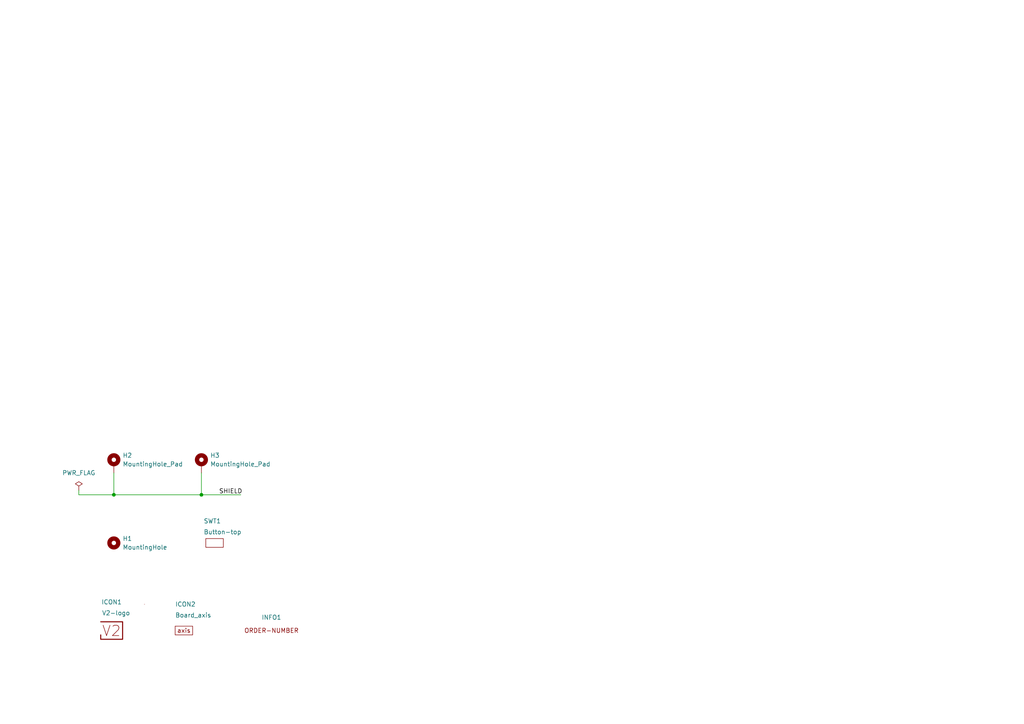
<source format=kicad_sch>
(kicad_sch (version 20211123) (generator eeschema)
  (paper "A4")
  (lib_symbols
    (symbol "Mechanical:MountingHole" (pin_names (offset 1.016))
      (property "Reference" "H" (at 0 5.08 0))
      (property "Value" "MountingHole" (at 0 3.175 0))
      (symbol "MountingHole_0_1"
        (circle (center 0 0) (radius 1.27) (stroke (width 1.27)))
      )
    )
    (symbol "Mechanical:MountingHole_Pad" (pin_numbers hide) (pin_names (offset 1.016) hide)
      (property "Reference" "H" (at 0 6.35 0))
      (property "Value" "MountingHole_Pad" (at 0 4.445 0))
      (symbol "MountingHole_Pad_0_1"
        (circle (center 0 1.27) (radius 1.27) (stroke (width 1.27)))
      )
      (symbol "MountingHole_Pad_1_1"
        (pin input line (at 0 -2.54 90) (length 2.54) (name "1") (number "1"))
      )
    )
    (symbol "V2_Artwork:Board_axis" (in_bom no)
      (property "Reference" "ICON" (at 0 2.54 0))
      (property "Value" "Board_axis" (at 0 -2.54 0))
      (symbol "Board_axis_0_0"
        (rectangle (start -11.43 7.62) (end -11.43 7.62))
        (rectangle (start 2.54 -1.27) (end -2.54 1.27))
        (text "axis" (at 0 0 0) (effects (font (size 1.27 1.27))))
      )
    )
    (symbol "V2_Artwork:V2-logo" (in_bom no)
      (property "Reference" "ICON" (at -3.81 2.54 0))
      (property "Value" "V2-logo" (at -5.08 -6.35 0))
      (symbol "V2-logo_1_0"
        (polyline (pts (xy -3.81 1.27) (xy 2.54 1.27) (xy 2.54 -3.81) (xy -3.81 -3.81) (xy -3.81 -2.54)) (stroke (width 0.3)))
        (text "V2" (at -0.6867 -1.3525 0) (effects (font (size 3 3))))
      )
    )
    (symbol "V2_PCB_Devices:Button-top" (in_bom no)
      (property "Reference" "SWT1" (at 3.81 1.2701 0))
      (property "Value" "Button-top" (at 3.81 -1.2699 0))
      (symbol "Button-top_0_1"
        (rectangle (start -2.54 1.27) (end 2.54 -1.27))
      )
    )
    (symbol "V2_Production:Order_Number" (in_bom no)
      (property "Reference" "INFO" (at 0 2.54 0))
      (symbol "Order_Number_0_0"
        (text "ORDER-NUMBER" (at 0 0 0) (effects (font (size 1.27 1.27))))
      )
    )
    (symbol "power:PWR_FLAG" (power) (pin_numbers hide) (pin_names (offset 0) hide)
      (property "Value" "PWR_FLAG" (at 0 3.81 0))
      (symbol "PWR_FLAG_0_0"
        (pin power_out line (at 0 0 90) (length 0) (name "pwr") (number "1"))
      )
      (symbol "PWR_FLAG_0_1"
        (polyline (pts (xy 0 0) (xy 0 1.27) (xy -1.016 1.905) (xy 0 2.54) (xy 1.016 1.905) (xy 0 1.27)))
      )
    )
  )
  (junction (at 58.42 143.51))
  (junction (at 33.02 143.51))
  (wire (pts (xy 58.42 137.16) (xy 58.42 143.51)))
  (wire (pts (xy 33.02 137.16) (xy 33.02 143.51)))
  (wire (pts (xy 22.86 142.24) (xy 22.86 143.51)))
  (wire (pts (xy 58.42 143.51) (xy 69.85 143.51)))
  (wire (pts (xy 22.86 143.51) (xy 33.02 143.51)))
  (wire (pts (xy 33.02 143.51) (xy 58.42 143.51)))
  (label "SHIELD" (at 63.5 143.51 0))
  (symbol (lib_id "V2_Production:Order_Number") (at 78.74 182.88 0) (unit 1) (in_bom no)
    (property "Reference" "INFO1" (at 78.74 179.07 0))
    (property "Value" "ORDER-NUMBER" (effects hide))
    (property "Footprint" "V2_Production:Order_Number" (effects hide))
  )
  (symbol (lib_id "V2_PCB_Devices:Button-top") (at 62.23 157.48 0) (unit 1) (in_bom no)
    (property "Reference" "SWT1" (at 59.055 151.1299 0) (effects (justify left)))
    (property "Value" "Button-top" (at 59.055 154.3049 0) (effects (justify left)))
    (property "Footprint" "V2_PCB_Devices:PCB_Button-top" (effects hide))
  )
  (symbol (lib_id "Mechanical:MountingHole_Pad") (at 33.02 134.62 0) (unit 1)
    (property "Reference" "H2" (at 35.56 132.0799 0) (effects (justify left)))
    (property "Value" "MountingHole_Pad" (at 35.56 134.6199 0) (effects (justify left)))
    (property "Footprint" "V2_Mechanical:Mounting_Hole_Pad_2-5.2" (effects hide))
  )
  (symbol (lib_id "power:PWR_FLAG") (at 22.86 142.24 0) (unit 1)
    (property "Reference" "#FLG0101" (effects hide))
    (property "Value" "PWR_FLAG" (at 22.86 137.16 0))
  )
  (symbol (lib_id "V2_Artwork:Board_axis") (at 53.34 182.88 0) (unit 1) (in_bom no)
    (property "Reference" "ICON2" (at 50.8 175.2599 0) (effects (justify left)))
    (property "Value" "Board_axis" (at 50.8 178.4349 0) (effects (justify left)))
    (property "Footprint" "V2_Artwork:Board_axis_Small" (effects hide))
  )
  (symbol (lib_id "Mechanical:MountingHole") (at 33.02 157.48 0) (unit 1)
    (property "Reference" "H1" (at 35.56 156.2099 0) (effects (justify left)))
    (property "Value" "MountingHole" (at 35.56 158.7499 0) (effects (justify left)))
    (property "Footprint" "V2_Mechanical:Mounting_Hole_1" (effects hide))
  )
  (symbol (lib_id "V2_Artwork:V2-logo") (at 33.02 181.61 0) (unit 1) (in_bom no)
    (property "Reference" "ICON1" (at 32.385 174.625 0))
    (property "Value" "V2-logo" (at 33.655 177.8 0))
    (property "Footprint" "V2_Artwork:Logo_Small" (effects hide))
  )
  (symbol (lib_id "Mechanical:MountingHole_Pad") (at 58.42 134.62 0) (unit 1)
    (property "Reference" "H3" (at 60.96 132.0799 0) (effects (justify left)))
    (property "Value" "MountingHole_Pad" (at 60.96 134.6199 0) (effects (justify left)))
    (property "Footprint" "V2_Mechanical:Mounting_Hole_Pad_2-5.2" (effects hide))
  )
)
</source>
